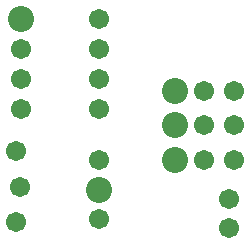
<source format=gbs>
%FSLAX25Y25*%
%MOIN*%
G70*
G01*
G75*
G04 Layer_Color=16711935*
%ADD10C,0.07874*%
%ADD11R,0.05315X0.03150*%
%ADD12C,0.03000*%
%ADD13C,0.05906*%
%ADD14C,0.08674*%
%ADD15R,0.06115X0.03950*%
%ADD16C,0.06706*%
D14*
X159157Y154000D02*
D03*
X134031Y121000D02*
D03*
X107968Y178000D02*
D03*
X159157Y142500D02*
D03*
Y131000D02*
D03*
D16*
X106299Y110236D02*
D03*
X177165Y118110D02*
D03*
Y108268D02*
D03*
X106299Y133858D02*
D03*
X134031Y111158D02*
D03*
Y121000D02*
D03*
Y130843D02*
D03*
X107500Y122000D02*
D03*
X159157Y131000D02*
D03*
X169000D02*
D03*
X178842D02*
D03*
X159157Y154000D02*
D03*
X169000D02*
D03*
X178842D02*
D03*
Y142500D02*
D03*
X169000D02*
D03*
X159157D02*
D03*
X107968Y178000D02*
D03*
Y158000D02*
D03*
X134031D02*
D03*
Y168000D02*
D03*
X107968D02*
D03*
X134031Y178000D02*
D03*
X107968Y148000D02*
D03*
X134031D02*
D03*
M02*

</source>
